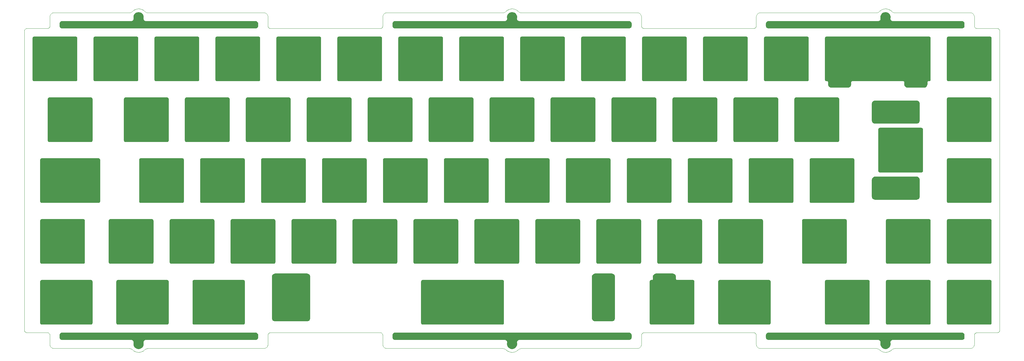
<source format=gbr>
%TF.GenerationSoftware,Altium Limited,Altium Designer,21.6.4 (81)*%
G04 Layer_Color=0*
%FSLAX45Y45*%
%MOMM*%
%TF.SameCoordinates,04F12F75-4F8B-4F25-9211-7CF3C9368DE0*%
%TF.FilePolarity,Positive*%
%TF.FileFunction,Profile,NP*%
%TF.Part,Single*%
G01*
G75*
%TA.AperFunction,Profile*%
%ADD11C,0.02540*%
G36*
X17368750Y6423502D02*
Y5133502D01*
X17367372Y5121263D01*
X17363304Y5109638D01*
X17356750Y5099210D01*
X17348042Y5090501D01*
X17337613Y5083948D01*
X17325987Y5079881D01*
X17313750Y5078501D01*
X16023750D01*
X16011513Y5079881D01*
X15999887Y5083948D01*
X15989458Y5090501D01*
X15980750Y5099210D01*
X15974197Y5109638D01*
X15970129Y5121263D01*
X15968750Y5133502D01*
Y6423502D01*
X15970129Y6435740D01*
X15974197Y6447365D01*
X15980750Y6457794D01*
X15989458Y6466502D01*
X15999887Y6473055D01*
X16011513Y6477123D01*
X16023750Y6478502D01*
X17313750D01*
X17325987Y6477123D01*
X17337613Y6473055D01*
X17348042Y6466502D01*
X17356750Y6457794D01*
X17363304Y6447365D01*
X17367372Y6435740D01*
X17368750Y6423502D01*
D02*
G37*
G36*
X14511250Y8328502D02*
X14511250Y7038502D01*
X14509871Y7026263D01*
X14505804Y7014638D01*
X14499251Y7004210D01*
X14490543Y6995501D01*
X14480113Y6988948D01*
X14468489Y6984880D01*
X14456250Y6983501D01*
X13166251D01*
X13154012Y6984880D01*
X13142387Y6988948D01*
X13131958Y6995501D01*
X13123248Y7004210D01*
X13116698Y7014638D01*
X13112630Y7026263D01*
X13111250Y7038502D01*
X13111249Y8328502D01*
X13112630Y8340740D01*
X13116696Y8352365D01*
X13123248Y8362794D01*
X13131956Y8371502D01*
X13142387Y8378055D01*
X13154012Y8382122D01*
X13166251Y8383502D01*
X14456248D01*
X14468488Y8382122D01*
X14480113Y8378055D01*
X14490543Y8371502D01*
X14499251Y8362794D01*
X14505803Y8352365D01*
X14509871Y8340740D01*
X14511250Y8328502D01*
D02*
G37*
G36*
X14035001Y10233502D02*
Y8943502D01*
X14033621Y8931263D01*
X14029553Y8919638D01*
X14023001Y8909210D01*
X14014291Y8900500D01*
X14003864Y8893948D01*
X13992238Y8889880D01*
X13979999Y8888501D01*
X12690000D01*
X12677761Y8889880D01*
X12666137Y8893948D01*
X12655707Y8900500D01*
X12646999Y8909210D01*
X12640446Y8919638D01*
X12636379Y8931263D01*
X12634999Y8943502D01*
Y10233502D01*
X12636379Y10245740D01*
X12640446Y10257365D01*
X12646999Y10267794D01*
X12655707Y10276502D01*
X12666137Y10283055D01*
X12677761Y10287123D01*
X12690000Y10288502D01*
X13979999D01*
X13992238Y10287123D01*
X14003864Y10283055D01*
X14014291Y10276502D01*
X14023001Y10267794D01*
X14029553Y10257365D01*
X14033621Y10245740D01*
X14035001Y10233502D01*
D02*
G37*
G36*
X14987500Y12138502D02*
Y10848502D01*
X14986121Y10836263D01*
X14982053Y10824638D01*
X14975500Y10814210D01*
X14966792Y10805500D01*
X14956363Y10798948D01*
X14944737Y10794880D01*
X14932500Y10793501D01*
X13642500D01*
X13630261Y10794880D01*
X13618636Y10798948D01*
X13608208Y10805500D01*
X13599500Y10814210D01*
X13592946Y10824638D01*
X13588878Y10836263D01*
X13587498Y10848502D01*
Y12138502D01*
X13588878Y12150740D01*
X13592946Y12162364D01*
X13599500Y12172794D01*
X13608208Y12181502D01*
X13618636Y12188055D01*
X13630261Y12192122D01*
X13642500Y12193502D01*
X14932500D01*
X14944737Y12192122D01*
X14956363Y12188055D01*
X14966792Y12181502D01*
X14975500Y12172794D01*
X14982053Y12162364D01*
X14986121Y12150740D01*
X14987500Y12138502D01*
D02*
G37*
G36*
X13558751Y6423502D02*
Y5133502D01*
X13557372Y5121263D01*
X13553304Y5109638D01*
X13546751Y5099210D01*
X13538043Y5090501D01*
X13527612Y5083948D01*
X13515990Y5079880D01*
X13503751Y5078501D01*
X12213751Y5078501D01*
X12201512Y5079880D01*
X12189887Y5083948D01*
X12179458Y5090500D01*
X12170749Y5099209D01*
X12164197Y5109638D01*
X12160129Y5121262D01*
X12158750Y5133501D01*
Y6423501D01*
X12160129Y6435740D01*
X12164197Y6447365D01*
X12170749Y6457793D01*
X12179458Y6466502D01*
X12189887Y6473054D01*
X12201512Y6477122D01*
X12213751Y6478501D01*
X13503751Y6478502D01*
X13515990Y6477122D01*
X13527612Y6473055D01*
X13538043Y6466502D01*
X13546751Y6457794D01*
X13553304Y6447365D01*
X13557372Y6435740D01*
X13558751Y6423502D01*
D02*
G37*
G36*
X18321249Y8328502D02*
Y7038502D01*
X18319872Y7026263D01*
X18315804Y7014638D01*
X18309251Y7004210D01*
X18300542Y6995501D01*
X18290112Y6988949D01*
X18278488Y6984881D01*
X18266249Y6983502D01*
X16976251Y6983501D01*
X16964012Y6984881D01*
X16952386Y6988948D01*
X16941959Y6995501D01*
X16933249Y7004210D01*
X16926697Y7014638D01*
X16922629Y7026263D01*
X16921249Y7038502D01*
X16921249Y8328502D01*
X16922629Y8340740D01*
X16926695Y8352365D01*
X16933249Y8362794D01*
X16941957Y8371502D01*
X16952386Y8378055D01*
X16964011Y8382123D01*
X16976250Y8383502D01*
X18266249Y8383502D01*
X18278488Y8382123D01*
X18290112Y8378055D01*
X18300542Y8371503D01*
X18309251Y8362794D01*
X18315804Y8352365D01*
X18319872Y8340741D01*
X18321249Y8328502D01*
D02*
G37*
G36*
X17845000Y10233502D02*
Y8943502D01*
X17843622Y8931263D01*
X17839554Y8919638D01*
X17833002Y8909210D01*
X17824292Y8900501D01*
X17813863Y8893948D01*
X17802238Y8889880D01*
X17789999Y8888501D01*
X16500000D01*
X16487761Y8889880D01*
X16476137Y8893948D01*
X16465707Y8900501D01*
X16456999Y8909210D01*
X16450446Y8919638D01*
X16446379Y8931263D01*
X16445000Y8943502D01*
Y10233502D01*
X16446379Y10245740D01*
X16450446Y10257365D01*
X16456999Y10267794D01*
X16465707Y10276503D01*
X16476137Y10283055D01*
X16487761Y10287123D01*
X16500000Y10288502D01*
X17789999D01*
X17802238Y10287123D01*
X17813863Y10283055D01*
X17824292Y10276503D01*
X17833002Y10267794D01*
X17839554Y10257365D01*
X17843622Y10245740D01*
X17845000Y10233502D01*
D02*
G37*
G36*
X15939999D02*
Y8943502D01*
X15938622Y8931263D01*
X15934554Y8919638D01*
X15928001Y8909210D01*
X15919292Y8900501D01*
X15908862Y8893948D01*
X15897238Y8889880D01*
X15884999Y8888501D01*
X14595000D01*
X14582761Y8889880D01*
X14571136Y8893948D01*
X14560707Y8900500D01*
X14551999Y8909210D01*
X14545445Y8919638D01*
X14541379Y8931263D01*
X14539999Y8943502D01*
Y10233502D01*
X14541379Y10245740D01*
X14545445Y10257365D01*
X14551999Y10267794D01*
X14560707Y10276502D01*
X14571136Y10283055D01*
X14582761Y10287123D01*
X14595000Y10288502D01*
X15884999D01*
X15897238Y10287123D01*
X15908862Y10283055D01*
X15919292Y10276503D01*
X15928001Y10267794D01*
X15934554Y10257365D01*
X15938622Y10245740D01*
X15939999Y10233502D01*
D02*
G37*
G36*
X13082500Y12138502D02*
Y10848502D01*
X13081120Y10836263D01*
X13077052Y10824638D01*
X13070502Y10814210D01*
X13061792Y10805500D01*
X13051363Y10798948D01*
X13039738Y10794880D01*
X13027499Y10793501D01*
X11737500D01*
X11725261Y10794880D01*
X11713636Y10798948D01*
X11703207Y10805500D01*
X11694499Y10814210D01*
X11687946Y10824638D01*
X11683878Y10836263D01*
X11682499Y10848502D01*
Y12138502D01*
X11683878Y12150740D01*
X11687946Y12162364D01*
X11694499Y12172794D01*
X11703207Y12181502D01*
X11713636Y12188055D01*
X11725261Y12192122D01*
X11737500Y12193502D01*
X13027499D01*
X13039738Y12192122D01*
X13051363Y12188055D01*
X13061792Y12181502D01*
X13070502Y12172794D01*
X13077052Y12162364D01*
X13081120Y12150740D01*
X13082500Y12138502D01*
D02*
G37*
G36*
X16416251Y8328502D02*
X16416251Y7038502D01*
X16414871Y7026263D01*
X16410805Y7014638D01*
X16404251Y7004210D01*
X16395543Y6995501D01*
X16385114Y6988948D01*
X16373489Y6984881D01*
X16361250Y6983501D01*
X15071251D01*
X15059012Y6984880D01*
X15047388Y6988948D01*
X15036958Y6995501D01*
X15028249Y7004210D01*
X15021696Y7014638D01*
X15017628Y7026263D01*
X15016251Y7038502D01*
X15016249Y8328502D01*
X15017628Y8340740D01*
X15021696Y8352365D01*
X15028249Y8362794D01*
X15036957Y8371502D01*
X15047388Y8378055D01*
X15059010Y8382122D01*
X15071249Y8383502D01*
X16361249D01*
X16373488Y8382123D01*
X16385114Y8378055D01*
X16395541Y8371502D01*
X16404251Y8362794D01*
X16410803Y8352365D01*
X16414871Y8340740D01*
X16416251Y8328502D01*
D02*
G37*
G36*
X15463751Y6423502D02*
Y5133502D01*
X15462370Y5121263D01*
X15458304Y5109638D01*
X15451752Y5099210D01*
X15443044Y5090501D01*
X15432613Y5083948D01*
X15420988Y5079881D01*
X15408749Y5078501D01*
X14118752D01*
X14106512Y5079880D01*
X14094887Y5083948D01*
X14084457Y5090501D01*
X14075749Y5099210D01*
X14069197Y5109638D01*
X14065129Y5121263D01*
X14063750Y5133502D01*
Y6423502D01*
X14065129Y6435740D01*
X14069197Y6447365D01*
X14075749Y6457794D01*
X14084457Y6466502D01*
X14094887Y6473055D01*
X14106512Y6477122D01*
X14118752Y6478502D01*
X15408749D01*
X15420988Y6477123D01*
X15432613Y6473055D01*
X15443044Y6466502D01*
X15451752Y6457794D01*
X15458304Y6447365D01*
X15462370Y6435740D01*
X15463751Y6423502D01*
D02*
G37*
G36*
X18797501Y12138502D02*
Y10848502D01*
X18796120Y10836263D01*
X18792055Y10824639D01*
X18785501Y10814210D01*
X18776791Y10805501D01*
X18766364Y10798948D01*
X18754738Y10794881D01*
X18742499Y10793501D01*
X17452501D01*
X17440262Y10794880D01*
X17428638Y10798948D01*
X17418208Y10805501D01*
X17409499Y10814210D01*
X17402946Y10824638D01*
X17398878Y10836263D01*
X17397501Y10848502D01*
Y12138502D01*
X17398878Y12150740D01*
X17402946Y12162365D01*
X17409499Y12172794D01*
X17418208Y12181503D01*
X17428638Y12188055D01*
X17440262Y12192123D01*
X17452501Y12193502D01*
X18742499D01*
X18754738Y12192123D01*
X18766364Y12188055D01*
X18776791Y12181503D01*
X18785501Y12172794D01*
X18792055Y12162365D01*
X18796120Y12150740D01*
X18797501Y12138502D01*
D02*
G37*
G36*
X16892500D02*
Y10848502D01*
X16891121Y10836263D01*
X16887053Y10824638D01*
X16880501Y10814210D01*
X16871793Y10805501D01*
X16861363Y10798948D01*
X16849738Y10794880D01*
X16837498Y10793501D01*
X15547501D01*
X15535262Y10794880D01*
X15523636Y10798948D01*
X15513206Y10805501D01*
X15504498Y10814210D01*
X15497946Y10824638D01*
X15493878Y10836263D01*
X15492499Y10848502D01*
Y12138502D01*
X15493878Y12150740D01*
X15497946Y12162365D01*
X15504498Y12172794D01*
X15513206Y12181503D01*
X15523636Y12188055D01*
X15535262Y12192123D01*
X15547501Y12193502D01*
X16837498D01*
X16849738Y12192123D01*
X16861363Y12188055D01*
X16871793Y12181503D01*
X16880501Y12172794D01*
X16887053Y12162365D01*
X16891121Y12150740D01*
X16892500Y12138502D01*
D02*
G37*
G36*
X17840001Y3273502D02*
X17816635Y3276134D01*
X17794443Y3283900D01*
X17774535Y3296410D01*
X17757909Y3313036D01*
X17745399Y3332944D01*
X17737633Y3355137D01*
X17735001Y3378501D01*
Y4668502D01*
X17737633Y4691866D01*
X17745399Y4714060D01*
X17757909Y4733968D01*
X17774535Y4750594D01*
X17794443Y4763104D01*
X17816635Y4770869D01*
X17840001Y4773502D01*
X18355000D01*
X18378365Y4770869D01*
X18400558Y4763104D01*
X18420467Y4750594D01*
X18437093Y4733968D01*
X18449603Y4714060D01*
X18457367Y4691867D01*
X18460001Y4668502D01*
Y3378501D01*
X18457367Y3355137D01*
X18449603Y3332944D01*
X18437093Y3313036D01*
X18420467Y3296410D01*
X18400558Y3283900D01*
X18378365Y3276134D01*
X18355000Y3273502D01*
X17840001D01*
D02*
G37*
G36*
X12451876Y4573502D02*
X14932500D01*
X14944739Y4572122D01*
X14956364Y4568055D01*
X14966792Y4561502D01*
X14975500Y4552794D01*
X14982054Y4542365D01*
X14986122Y4530740D01*
X14987502Y4518502D01*
Y3228502D01*
X14986122Y3216263D01*
X14982054Y3204638D01*
X14975500Y3194210D01*
X14966792Y3185501D01*
X14956364Y3178948D01*
X14944739Y3174881D01*
X14932500Y3173501D01*
X12449375Y3173501D01*
X12437693Y3174817D01*
X12426596Y3178701D01*
X12416642Y3184955D01*
X12408329Y3193268D01*
X12402074Y3203223D01*
X12398192Y3214319D01*
X12396875Y3226001D01*
Y4518502D01*
X12398254Y4530740D01*
X12402322Y4542365D01*
X12408874Y4552794D01*
X12417583Y4561502D01*
X12428012Y4568055D01*
X12439637Y4572122D01*
X12451876Y4573502D01*
D02*
G37*
G36*
X19218748Y5078502D02*
X17928751Y5078501D01*
X17916512Y5079881D01*
X17904887Y5083948D01*
X17894458Y5090501D01*
X17885748Y5099210D01*
X17879196Y5109638D01*
X17875128Y5121263D01*
X17873750Y5133502D01*
Y6423502D01*
X17875128Y6435740D01*
X17879196Y6447365D01*
X17885748Y6457794D01*
X17894458Y6466502D01*
X17904887Y6473055D01*
X17916512Y6477123D01*
X17928751Y6478502D01*
X19218748Y6478502D01*
X19230988Y6477123D01*
X19242613Y6473055D01*
X19253043Y6466503D01*
X19261751Y6457794D01*
X19268304Y6447365D01*
X19272372Y6435741D01*
X19273750Y6423502D01*
Y5133502D01*
X19272372Y5121263D01*
X19268304Y5109638D01*
X19261751Y5099210D01*
X19253043Y5090501D01*
X19242613Y5083949D01*
X19230988Y5079881D01*
X19218748Y5078502D01*
D02*
G37*
G36*
X10785000Y10288502D02*
X12074999D01*
X12087238Y10287122D01*
X12098863Y10283055D01*
X12109292Y10276502D01*
X12118001Y10267794D01*
X12124553Y10257364D01*
X12128621Y10245740D01*
X12130000Y10233502D01*
Y8943502D01*
X12128621Y8931263D01*
X12124553Y8919638D01*
X12118001Y8909210D01*
X12109292Y8900500D01*
X12098863Y8893948D01*
X12087238Y8889880D01*
X12074999Y8888501D01*
X10785000D01*
X10772761Y8889880D01*
X10761137Y8893948D01*
X10750707Y8900500D01*
X10741999Y8909210D01*
X10735446Y8919638D01*
X10731379Y8931263D01*
X10729999Y8943502D01*
Y10233502D01*
X10731379Y10245740D01*
X10735446Y10257364D01*
X10741999Y10267794D01*
X10750707Y10276502D01*
X10761137Y10283055D01*
X10772761Y10287122D01*
X10785000Y10288502D01*
D02*
G37*
G36*
X11177500Y10848502D02*
X11176121Y10836263D01*
X11172053Y10824638D01*
X11165501Y10814210D01*
X11156792Y10805500D01*
X11146363Y10798948D01*
X11134738Y10794880D01*
X11122499Y10793501D01*
X9832500D01*
X9820261Y10794880D01*
X9808637Y10798948D01*
X9798207Y10805500D01*
X9789499Y10814210D01*
X9782946Y10824638D01*
X9778879Y10836263D01*
X9777499Y10848502D01*
Y12138502D01*
X9778879Y12150740D01*
X9782946Y12162364D01*
X9789499Y12172794D01*
X9798207Y12181502D01*
X9808637Y12188055D01*
X9820261Y12192122D01*
X9832500Y12193502D01*
X11122499D01*
X11134738Y12192122D01*
X11146363Y12188055D01*
X11156792Y12181502D01*
X11165501Y12172794D01*
X11172053Y12162364D01*
X11176121Y12150740D01*
X11177500Y12138502D01*
Y10848502D01*
D02*
G37*
G36*
X9748751Y6423501D02*
Y5133501D01*
X9747371Y5121262D01*
X9743304Y5109638D01*
X9736751Y5099209D01*
X9728043Y5090500D01*
X9717613Y5083948D01*
X9705989Y5079880D01*
X9693750Y5078501D01*
X8403750D01*
X8391511Y5079880D01*
X8379887Y5083948D01*
X8369458Y5090500D01*
X8360749Y5099209D01*
X8354197Y5109637D01*
X8350129Y5121262D01*
X8348750Y5133501D01*
Y6423501D01*
X8350129Y6435740D01*
X8354197Y6447364D01*
X8360749Y6457793D01*
X8369458Y6466502D01*
X8379887Y6473054D01*
X8391511Y6477122D01*
X8403750Y6478501D01*
X9693750D01*
X9705989Y6477122D01*
X9717613Y6473054D01*
X9728043Y6466502D01*
X9736751Y6457793D01*
X9743304Y6447365D01*
X9747371Y6435740D01*
X9748751Y6423501D01*
D02*
G37*
G36*
X9272500Y12138500D02*
Y10848501D01*
X9271121Y10836262D01*
X9267053Y10824638D01*
X9260501Y10814208D01*
X9251792Y10805500D01*
X9241363Y10798947D01*
X9229738Y10794880D01*
X9217499Y10793500D01*
X7927500D01*
X7915261Y10794880D01*
X7903636Y10798947D01*
X7893207Y10805500D01*
X7884499Y10814208D01*
X7877946Y10824638D01*
X7873879Y10836262D01*
X7872499Y10848501D01*
Y12138500D01*
X7873879Y12150739D01*
X7877946Y12162364D01*
X7884499Y12172793D01*
X7893207Y12181502D01*
X7903636Y12188054D01*
X7915261Y12192122D01*
X7927500Y12193501D01*
X9217499D01*
X9229738Y12192122D01*
X9241363Y12188054D01*
X9251792Y12181502D01*
X9260501Y12172793D01*
X9267053Y12162364D01*
X9271121Y12150739D01*
X9272500Y12138500D01*
D02*
G37*
G36*
X10225000Y10233502D02*
Y8943502D01*
X10223621Y8931263D01*
X10219553Y8919638D01*
X10213001Y8909210D01*
X10204292Y8900500D01*
X10193863Y8893948D01*
X10182238Y8889880D01*
X10169999Y8888501D01*
X8880000Y8888500D01*
X8867761Y8889880D01*
X8856137Y8893947D01*
X8845707Y8900500D01*
X8836999Y8909208D01*
X8830446Y8919638D01*
X8826379Y8931262D01*
X8824999Y8943501D01*
Y10233500D01*
X8826379Y10245739D01*
X8830446Y10257364D01*
X8836999Y10267793D01*
X8845707Y10276502D01*
X8856137Y10283054D01*
X8867761Y10287122D01*
X8880000Y10288501D01*
X10169999Y10288502D01*
X10182238Y10287122D01*
X10193863Y10283055D01*
X10204292Y10276502D01*
X10213001Y10267794D01*
X10219553Y10257364D01*
X10223621Y10245740D01*
X10225000Y10233502D01*
D02*
G37*
G36*
X10701250Y8328501D02*
X10701251Y7038501D01*
X10699871Y7026262D01*
X10695804Y7014638D01*
X10689251Y7004209D01*
X10680543Y6995500D01*
X10670113Y6988948D01*
X10658489Y6984880D01*
X10646250Y6983501D01*
X9356251D01*
X9344012Y6984880D01*
X9332387Y6988948D01*
X9321958Y6995500D01*
X9313249Y7004209D01*
X9306697Y7014637D01*
X9302629Y7026262D01*
X9301250Y7038501D01*
X9301249Y8328501D01*
X9302629Y8340740D01*
X9306696Y8352364D01*
X9313249Y8362793D01*
X9321957Y8371502D01*
X9332387Y8378054D01*
X9344011Y8382122D01*
X9356250Y8383501D01*
X10646249D01*
X10658488Y8382122D01*
X10670113Y8378054D01*
X10680542Y8371502D01*
X10689251Y8362793D01*
X10695803Y8352365D01*
X10699871Y8340740D01*
X10701250Y8328501D01*
D02*
G37*
G36*
X8830000Y3273501D02*
X7838750Y3273501D01*
X7815385Y3276133D01*
X7793193Y3283899D01*
X7773284Y3296409D01*
X7756658Y3313035D01*
X7744149Y3332943D01*
X7736383Y3355136D01*
X7733751Y3378500D01*
Y4668501D01*
X7736383Y4691866D01*
X7744149Y4714059D01*
X7756658Y4733967D01*
X7773284Y4750593D01*
X7793193Y4763102D01*
X7815385Y4770868D01*
X7838750Y4773501D01*
X8830000D01*
X8853365Y4770868D01*
X8875558Y4763102D01*
X8895466Y4750593D01*
X8912093Y4733967D01*
X8924602Y4714059D01*
X8932367Y4691866D01*
X8935000Y4668501D01*
Y3378501D01*
X8932367Y3355136D01*
X8924602Y3332943D01*
X8912093Y3313035D01*
X8895466Y3296409D01*
X8875558Y3283899D01*
X8853365Y3276134D01*
X8830000Y3273501D01*
D02*
G37*
G36*
X7451250Y8383501D02*
X8741249D01*
X8753488Y8382122D01*
X8765113Y8378054D01*
X8775542Y8371502D01*
X8784251Y8362793D01*
X8790803Y8352364D01*
X8794871Y8340740D01*
X8796250Y8328501D01*
X8796251Y7038501D01*
X8794871Y7026262D01*
X8790804Y7014637D01*
X8784251Y7004209D01*
X8775543Y6995500D01*
X8765113Y6988948D01*
X8753489Y6984880D01*
X8741250Y6983501D01*
X7451250D01*
X7439011Y6984880D01*
X7427387Y6988948D01*
X7416958Y6995500D01*
X7408249Y7004209D01*
X7401697Y7014637D01*
X7397629Y7026262D01*
X7396250Y7038501D01*
Y8328501D01*
X7397629Y8340740D01*
X7401697Y8352364D01*
X7408249Y8362793D01*
X7416958Y8371502D01*
X7427387Y8378054D01*
X7439011Y8382122D01*
X7451250Y8383501D01*
D02*
G37*
G36*
X10308751Y6478501D02*
X11598750D01*
X11610989Y6477122D01*
X11622613Y6473054D01*
X11633043Y6466502D01*
X11641751Y6457793D01*
X11648304Y6447365D01*
X11652371Y6435740D01*
X11653751Y6423501D01*
Y5133501D01*
X11652371Y5121262D01*
X11648304Y5109638D01*
X11641751Y5099209D01*
X11633043Y5090500D01*
X11622613Y5083948D01*
X11610989Y5079880D01*
X11598750Y5078501D01*
X10308751D01*
X10296512Y5079880D01*
X10284887Y5083948D01*
X10274458Y5090500D01*
X10265749Y5099209D01*
X10259197Y5109638D01*
X10255129Y5121262D01*
X10253750Y5133501D01*
Y6423501D01*
X10255129Y6435740D01*
X10259197Y6447365D01*
X10265749Y6457793D01*
X10274458Y6466502D01*
X10284887Y6473054D01*
X10296512Y6477122D01*
X10308751Y6478501D01*
D02*
G37*
G36*
X11261250Y8383501D02*
X12551249Y8383502D01*
X12563488Y8382122D01*
X12575113Y8378055D01*
X12585542Y8371502D01*
X12594251Y8362794D01*
X12600803Y8352365D01*
X12604871Y8340740D01*
X12606250Y8328502D01*
X12606251Y7038502D01*
X12604871Y7026263D01*
X12600804Y7014638D01*
X12594251Y7004210D01*
X12585543Y6995501D01*
X12575113Y6988948D01*
X12563489Y6984880D01*
X12551250Y6983501D01*
X11261251Y6983501D01*
X11249012Y6984880D01*
X11237387Y6988948D01*
X11226958Y6995500D01*
X11218249Y7004209D01*
X11211697Y7014638D01*
X11207629Y7026262D01*
X11206250Y7038501D01*
X11206249Y8328501D01*
X11207629Y8340740D01*
X11211696Y8352365D01*
X11218249Y8362793D01*
X11226957Y8371502D01*
X11237387Y8378054D01*
X11249011Y8382122D01*
X11261250Y8383501D01*
D02*
G37*
G36*
X30172498Y5078503D02*
X28882501Y5078502D01*
X28870261Y5079882D01*
X28858636Y5083949D01*
X28848209Y5090502D01*
X28839499Y5099211D01*
X28832947Y5109639D01*
X28828879Y5121264D01*
X28827499Y5133503D01*
Y6423503D01*
X28828879Y6435741D01*
X28832947Y6447366D01*
X28839499Y6457795D01*
X28848209Y6466503D01*
X28858636Y6473056D01*
X28870261Y6477124D01*
X28882501Y6478503D01*
X30172498Y6478503D01*
X30184738Y6477124D01*
X30196362Y6473056D01*
X30206793Y6466504D01*
X30215500Y6457795D01*
X30222055Y6447366D01*
X30226123Y6435742D01*
X30227499Y6423503D01*
Y5133503D01*
X30226123Y5121264D01*
X30222055Y5109639D01*
X30215500Y5099211D01*
X30206793Y5090502D01*
X30196362Y5083950D01*
X30184738Y5079882D01*
X30172498Y5078503D01*
D02*
G37*
G36*
Y6983503D02*
X28882501Y6983502D01*
X28870261Y6984882D01*
X28858636Y6988949D01*
X28848209Y6995502D01*
X28839499Y7004211D01*
X28832947Y7014639D01*
X28828879Y7026264D01*
X28827499Y7038503D01*
Y8328503D01*
X28828879Y8340741D01*
X28832947Y8352366D01*
X28839499Y8362795D01*
X28848209Y8371503D01*
X28858636Y8378056D01*
X28870261Y8382124D01*
X28882501Y8383503D01*
X30172498Y8383503D01*
X30184738Y8382124D01*
X30196362Y8378056D01*
X30206793Y8371504D01*
X30215500Y8362795D01*
X30222055Y8352366D01*
X30226120Y8340742D01*
X30227499Y8328503D01*
Y7038503D01*
X30226123Y7026264D01*
X30222055Y7014639D01*
X30215500Y7004211D01*
X30206793Y6995502D01*
X30196362Y6988950D01*
X30184738Y6984882D01*
X30172498Y6983503D01*
D02*
G37*
G36*
Y8888502D02*
X28882501D01*
X28870261Y8889881D01*
X28858636Y8893949D01*
X28848209Y8900502D01*
X28839499Y8909211D01*
X28832947Y8919639D01*
X28828879Y8931264D01*
X28827499Y8943503D01*
Y10233503D01*
X28828879Y10245741D01*
X28832947Y10257366D01*
X28839499Y10267795D01*
X28848209Y10276504D01*
X28858636Y10283056D01*
X28870261Y10287124D01*
X28882501Y10288503D01*
X30172498D01*
X30184738Y10287124D01*
X30196362Y10283056D01*
X30206793Y10276504D01*
X30215500Y10267795D01*
X30222055Y10257366D01*
X30226120Y10245741D01*
X30227499Y10233503D01*
Y8943503D01*
X30226120Y8931264D01*
X30222055Y8919640D01*
X30215500Y8909211D01*
X30206793Y8900502D01*
X30196362Y8893949D01*
X30184738Y8889882D01*
X30172498Y8888502D01*
D02*
G37*
G36*
Y10793502D02*
X28882501D01*
X28870261Y10794881D01*
X28858636Y10798949D01*
X28848209Y10805502D01*
X28839499Y10814211D01*
X28832947Y10824639D01*
X28828879Y10836264D01*
X28827499Y10848503D01*
Y12138503D01*
X28828879Y12150741D01*
X28832947Y12162366D01*
X28839499Y12172795D01*
X28848209Y12181504D01*
X28858636Y12188056D01*
X28870261Y12192124D01*
X28882501Y12193503D01*
X30172498D01*
X30184738Y12192124D01*
X30196362Y12188056D01*
X30206793Y12181504D01*
X30215500Y12172795D01*
X30222055Y12162366D01*
X30226120Y12150741D01*
X30227499Y12138503D01*
Y10848503D01*
X30226120Y10836264D01*
X30222055Y10824640D01*
X30215500Y10814211D01*
X30206793Y10805502D01*
X30196362Y10798949D01*
X30184738Y10794882D01*
X30172498Y10793502D01*
D02*
G37*
G36*
Y3173503D02*
X28882501D01*
X28870261Y3174882D01*
X28858636Y3178949D01*
X28848209Y3185502D01*
X28839499Y3194211D01*
X28832947Y3204640D01*
X28828879Y3216264D01*
X28827499Y3228503D01*
Y4518503D01*
X28828879Y4530741D01*
X28832947Y4542366D01*
X28839499Y4552795D01*
X28848209Y4561503D01*
X28858636Y4568056D01*
X28870261Y4572124D01*
X28882501Y4573503D01*
X30172498Y4573503D01*
X30184738Y4572124D01*
X30196362Y4568056D01*
X30206793Y4561504D01*
X30215500Y4552795D01*
X30222055Y4542366D01*
X30226123Y4530742D01*
X30227499Y4518503D01*
Y3228503D01*
X30226123Y3216264D01*
X30222055Y3204640D01*
X30215500Y3194211D01*
X30206793Y3185502D01*
X30196362Y3178949D01*
X30184738Y3174882D01*
X30172498Y3173503D01*
D02*
G37*
G36*
X22215001Y10288503D02*
X23504999D01*
X23517238Y10287123D01*
X23528864Y10283056D01*
X23539291Y10276503D01*
X23548001Y10267795D01*
X23554555Y10257365D01*
X23558620Y10245741D01*
X23560001Y10233503D01*
Y8943503D01*
X23558620Y8931264D01*
X23554555Y8919639D01*
X23548001Y8909211D01*
X23539291Y8900501D01*
X23528864Y8893949D01*
X23517238Y8889881D01*
X23504999Y8888502D01*
X22215001D01*
X22202762Y8889881D01*
X22191138Y8893949D01*
X22180708Y8900501D01*
X22171999Y8909211D01*
X22165446Y8919639D01*
X22161378Y8931264D01*
X22160001Y8943503D01*
Y10233503D01*
X22161378Y10245741D01*
X22165446Y10257365D01*
X22171999Y10267795D01*
X22180708Y10276503D01*
X22191138Y10283056D01*
X22202762Y10287123D01*
X22215001Y10288503D01*
D02*
G37*
G36*
X22691251Y8383502D02*
X23981248Y8383503D01*
X23993488Y8382123D01*
X24005113Y8378056D01*
X24015543Y8371503D01*
X24024251Y8362795D01*
X24030804Y8352366D01*
X24034869Y8340741D01*
X24036250Y8328503D01*
Y7038503D01*
X24034872Y7026264D01*
X24030804Y7014639D01*
X24024251Y7004211D01*
X24015543Y6995502D01*
X24005113Y6988949D01*
X23993488Y6984881D01*
X23981248Y6983502D01*
X22691251Y6983502D01*
X22679012Y6984881D01*
X22667387Y6988949D01*
X22656958Y6995501D01*
X22648248Y7004210D01*
X22641696Y7014639D01*
X22637630Y7026263D01*
X22636250Y7038502D01*
Y8328502D01*
X22637628Y8340741D01*
X22641696Y8352366D01*
X22648248Y8362794D01*
X22656958Y8371503D01*
X22667387Y8378055D01*
X22679012Y8382123D01*
X22691251Y8383502D01*
D02*
G37*
G36*
X21738751Y4573502D02*
X23266875D01*
X23279114Y4572123D01*
X23290739Y4568055D01*
X23301167Y4561503D01*
X23309877Y4552794D01*
X23316428Y4542366D01*
X23320496Y4530741D01*
X23321877Y4518502D01*
Y3228502D01*
X23320496Y3216264D01*
X23316428Y3204639D01*
X23309877Y3194210D01*
X23301167Y3185502D01*
X23290739Y3178949D01*
X23279114Y3174881D01*
X23266875Y3173502D01*
X21738751Y3173502D01*
X21726512Y3174881D01*
X21714886Y3178949D01*
X21704459Y3185501D01*
X21695749Y3194210D01*
X21689195Y3204639D01*
X21685130Y3216263D01*
X21683749Y3228502D01*
Y4518502D01*
X21685130Y4530741D01*
X21689195Y4542366D01*
X21695749Y4552794D01*
X21704459Y4561503D01*
X21714886Y4568055D01*
X21726512Y4572123D01*
X21738751Y4573502D01*
D02*
G37*
G36*
X23167500Y12193503D02*
X24457500D01*
X24469737Y12192123D01*
X24481363Y12188056D01*
X24491792Y12181503D01*
X24500500Y12172795D01*
X24507054Y12162365D01*
X24511121Y12150741D01*
X24512500Y12138503D01*
Y10848503D01*
X24511121Y10836264D01*
X24507054Y10824639D01*
X24500500Y10814211D01*
X24491792Y10805501D01*
X24481363Y10798949D01*
X24469737Y10794881D01*
X24457500Y10793502D01*
X23167500D01*
X23155263Y10794881D01*
X23143637Y10798949D01*
X23133208Y10805501D01*
X23124500Y10814211D01*
X23117946Y10824639D01*
X23113878Y10836264D01*
X23112500Y10848503D01*
Y12138503D01*
X23113878Y12150741D01*
X23117946Y12162365D01*
X23124500Y12172795D01*
X23133208Y12181503D01*
X23143637Y12188056D01*
X23155263Y12192123D01*
X23167500Y12193503D01*
D02*
G37*
G36*
X27498126Y10766002D02*
X27497433Y10772122D01*
X27495401Y10777934D01*
X27492126Y10783148D01*
X27487769Y10787503D01*
X27482556Y10790780D01*
X27476746Y10792814D01*
X27470624Y10793502D01*
X25869373D01*
X25863254Y10792813D01*
X25857443Y10790780D01*
X25852228Y10787503D01*
X25847876Y10783148D01*
X25844598Y10777934D01*
X25842563Y10772122D01*
X25841876Y10766002D01*
Y10698502D01*
X25839240Y10675137D01*
X25831476Y10652945D01*
X25818967Y10633036D01*
X25802341Y10616411D01*
X25782434Y10603901D01*
X25760239Y10596135D01*
X25736874Y10593503D01*
X25221875D01*
X25198509Y10596135D01*
X25176317Y10603901D01*
X25156409Y10616411D01*
X25139783Y10633036D01*
X25127274Y10652945D01*
X25119507Y10675137D01*
X25116875Y10698502D01*
Y10766002D01*
X25116183Y10772122D01*
X25114149Y10777934D01*
X25110875Y10783148D01*
X25106520Y10787503D01*
X25101306Y10790780D01*
X25095496Y10792813D01*
X25089374Y10793502D01*
X25072501D01*
X25060262Y10794881D01*
X25048637Y10798949D01*
X25038208Y10805501D01*
X25029498Y10814211D01*
X25022946Y10824639D01*
X25018878Y10836264D01*
X25017500Y10848503D01*
Y12138503D01*
X25018878Y12150741D01*
X25022946Y12162365D01*
X25029498Y12172795D01*
X25038208Y12181503D01*
X25048637Y12188056D01*
X25060262Y12192123D01*
X25072501Y12193503D01*
X28267499D01*
X28279739Y12192124D01*
X28291364Y12188056D01*
X28301791Y12181504D01*
X28310501Y12172795D01*
X28317053Y12162366D01*
X28321121Y12150741D01*
X28322501Y12138503D01*
Y10848503D01*
X28321121Y10836264D01*
X28317053Y10824639D01*
X28310501Y10814211D01*
X28301791Y10805502D01*
X28291364Y10798949D01*
X28279739Y10794881D01*
X28267499Y10793502D01*
X28250623D01*
X28244504Y10792814D01*
X28238693Y10790780D01*
X28233478Y10787503D01*
X28229126Y10783148D01*
X28225848Y10777934D01*
X28223813Y10772122D01*
X28223126Y10766002D01*
Y10698502D01*
X28220490Y10675138D01*
X28212726Y10652945D01*
X28200217Y10633036D01*
X28183591Y10616411D01*
X28163684Y10603901D01*
X28141489Y10596135D01*
X28118124Y10593503D01*
X27603125D01*
X27579758Y10596135D01*
X27557568Y10603901D01*
X27537659Y10616411D01*
X27521033Y10633036D01*
X27508524Y10652945D01*
X27500757Y10675138D01*
X27498126Y10698502D01*
Y10766002D01*
D02*
G37*
G36*
X25941251Y8328503D02*
Y7038503D01*
X25939871Y7026264D01*
X25935803Y7014639D01*
X25929251Y7004211D01*
X25920541Y6995502D01*
X25910114Y6988949D01*
X25898489Y6984881D01*
X25886249Y6983502D01*
X24596251D01*
X24584012Y6984881D01*
X24572388Y6988949D01*
X24561958Y6995502D01*
X24553249Y7004211D01*
X24546696Y7014639D01*
X24542630Y7026264D01*
X24541251Y7038503D01*
Y8328503D01*
X24542628Y8340741D01*
X24546696Y8352366D01*
X24553249Y8362795D01*
X24561958Y8371503D01*
X24572388Y8378056D01*
X24584012Y8382123D01*
X24596251Y8383503D01*
X25886249D01*
X25898489Y8382123D01*
X25910114Y8378056D01*
X25920541Y8371503D01*
X25929251Y8362795D01*
X25935803Y8352366D01*
X25939871Y8340741D01*
X25941251Y8328503D01*
D02*
G37*
G36*
X26484375Y7702878D02*
X26487006Y7726242D01*
X26494772Y7748435D01*
X26507281Y7768344D01*
X26523907Y7784970D01*
X26543817Y7797479D01*
X26566010Y7805245D01*
X26589374Y7807877D01*
X27879376Y7807878D01*
X27902740Y7805245D01*
X27924933Y7797479D01*
X27944839Y7784970D01*
X27961465Y7768344D01*
X27973978Y7748436D01*
X27981741Y7726243D01*
X27984375Y7702878D01*
Y7187877D01*
X27981744Y7164513D01*
X27973978Y7142320D01*
X27961469Y7122411D01*
X27944843Y7105785D01*
X27924933Y7093276D01*
X27902740Y7085510D01*
X27879376Y7082878D01*
X26589377Y7082877D01*
X26566010Y7085510D01*
X26543817Y7093276D01*
X26523911Y7105785D01*
X26507285Y7122411D01*
X26494775Y7142319D01*
X26487009Y7164512D01*
X26484375Y7187877D01*
Y7702878D01*
D02*
G37*
G36*
X26739374Y9336003D02*
X28029376D01*
X28041614Y9334624D01*
X28053238Y9330556D01*
X28063669Y9324004D01*
X28072375Y9315295D01*
X28078928Y9304866D01*
X28082996Y9293241D01*
X28084375Y9281003D01*
Y7991003D01*
X28082996Y7978764D01*
X28078928Y7967139D01*
X28072375Y7956711D01*
X28063669Y7948002D01*
X28053238Y7941449D01*
X28041614Y7937382D01*
X28029376Y7936002D01*
X26739374D01*
X26727136Y7937381D01*
X26715512Y7941449D01*
X26705081Y7948002D01*
X26696375Y7956711D01*
X26689822Y7967139D01*
X26685754Y7978764D01*
X26684375Y7991003D01*
Y9281003D01*
X26685754Y9293241D01*
X26689822Y9304866D01*
X26696375Y9315295D01*
X26705081Y9324003D01*
X26715512Y9330556D01*
X26727136Y9334624D01*
X26739374Y9336003D01*
D02*
G37*
G36*
X27984375Y9569128D02*
X27981741Y9545763D01*
X27973978Y9523569D01*
X27961465Y9503661D01*
X27944839Y9487035D01*
X27924933Y9474526D01*
X27902740Y9466760D01*
X27879376Y9464127D01*
X26589374D01*
X26566010Y9466760D01*
X26543817Y9474526D01*
X26523907Y9487035D01*
X26507281Y9503661D01*
X26494772Y9523569D01*
X26487006Y9545763D01*
X26484375Y9569127D01*
Y10084127D01*
X26487006Y10107492D01*
X26494772Y10129686D01*
X26507281Y10149594D01*
X26523907Y10166220D01*
X26543817Y10178729D01*
X26566010Y10186495D01*
X26589374Y10189128D01*
X27879376D01*
X27902740Y10186495D01*
X27924933Y10178729D01*
X27944839Y10166220D01*
X27961465Y10149594D01*
X27973978Y10129686D01*
X27981741Y10107492D01*
X27984375Y10084128D01*
Y9569128D01*
D02*
G37*
G36*
X25464999Y10233503D02*
Y8943503D01*
X25463620Y8931264D01*
X25459554Y8919639D01*
X25453001Y8909211D01*
X25444292Y8900501D01*
X25433862Y8893949D01*
X25422238Y8889881D01*
X25409999Y8888502D01*
X24120001D01*
X24107762Y8889881D01*
X24096136Y8893949D01*
X24085709Y8900501D01*
X24076999Y8909211D01*
X24070445Y8919639D01*
X24066377Y8931264D01*
X24064999Y8943503D01*
Y10233503D01*
X24066377Y10245741D01*
X24070445Y10257366D01*
X24076999Y10267795D01*
X24085709Y10276503D01*
X24096136Y10283056D01*
X24107762Y10287124D01*
X24120001Y10288503D01*
X25409999D01*
X25422238Y10287124D01*
X25433862Y10283056D01*
X25444292Y10276503D01*
X25453001Y10267795D01*
X25459554Y10257366D01*
X25463620Y10245741D01*
X25464999Y10233503D01*
D02*
G37*
G36*
X25703125Y6423503D02*
Y5133503D01*
X25701746Y5121264D01*
X25697678Y5109639D01*
X25691125Y5099211D01*
X25682419Y5090502D01*
X25671988Y5083949D01*
X25660364Y5079881D01*
X25648126Y5078502D01*
X24358125D01*
X24345886Y5079881D01*
X24334264Y5083949D01*
X24323833Y5090502D01*
X24315125Y5099211D01*
X24308572Y5109639D01*
X24304504Y5121264D01*
X24303123Y5133503D01*
Y6423503D01*
X24304504Y6435741D01*
X24308572Y6447366D01*
X24315125Y6457795D01*
X24323833Y6466503D01*
X24334264Y6473056D01*
X24345886Y6477123D01*
X24358125Y6478503D01*
X25648126D01*
X25660364Y6477123D01*
X25671988Y6473056D01*
X25682419Y6466503D01*
X25691125Y6457795D01*
X25697678Y6447366D01*
X25701746Y6435741D01*
X25703125Y6423503D01*
D02*
G37*
G36*
X26417499Y4518503D02*
Y3228503D01*
X26416122Y3216264D01*
X26412054Y3204639D01*
X26405502Y3194211D01*
X26396793Y3185502D01*
X26386362Y3178949D01*
X26374738Y3174882D01*
X26362500Y3173502D01*
X25072501Y3173502D01*
X25060262Y3174881D01*
X25048637Y3178949D01*
X25038208Y3185502D01*
X25029498Y3194210D01*
X25022946Y3204639D01*
X25018880Y3216264D01*
X25017500Y3228502D01*
Y4518503D01*
X25018880Y4530741D01*
X25022946Y4542366D01*
X25029498Y4552795D01*
X25038208Y4561503D01*
X25048637Y4568056D01*
X25060262Y4572123D01*
X25072501Y4573503D01*
X26362500D01*
X26374738Y4572123D01*
X26386362Y4568056D01*
X26396793Y4561503D01*
X26405502Y4552795D01*
X26412054Y4542366D01*
X26416122Y4530741D01*
X26417499Y4518503D01*
D02*
G37*
G36*
X28322501Y6423503D02*
Y5133503D01*
X28321121Y5121264D01*
X28317053Y5109639D01*
X28310501Y5099211D01*
X28301791Y5090502D01*
X28291364Y5083949D01*
X28279739Y5079882D01*
X28267499Y5078502D01*
X26977502D01*
X26965262Y5079882D01*
X26953638Y5083949D01*
X26943207Y5090502D01*
X26934500Y5099211D01*
X26927945Y5109639D01*
X26923880Y5121264D01*
X26922501Y5133503D01*
Y6423503D01*
X26923880Y6435741D01*
X26927945Y6447366D01*
X26934500Y6457795D01*
X26943207Y6466503D01*
X26953638Y6473056D01*
X26965262Y6477124D01*
X26977502Y6478503D01*
X28267499D01*
X28279739Y6477124D01*
X28291364Y6473056D01*
X28301791Y6466503D01*
X28310501Y6457795D01*
X28317053Y6447366D01*
X28321121Y6435741D01*
X28322501Y6423503D01*
D02*
G37*
G36*
Y4518503D02*
Y3228503D01*
X28321121Y3216264D01*
X28317053Y3204640D01*
X28310501Y3194211D01*
X28301791Y3185502D01*
X28291364Y3178949D01*
X28279739Y3174882D01*
X28267499Y3173502D01*
X26977502D01*
X26965262Y3174882D01*
X26953638Y3178949D01*
X26943207Y3185502D01*
X26934500Y3194211D01*
X26927945Y3204639D01*
X26923880Y3216264D01*
X26922501Y3228503D01*
Y4518503D01*
X26923880Y4530741D01*
X26927945Y4542366D01*
X26934500Y4552795D01*
X26943207Y4561503D01*
X26953638Y4568056D01*
X26965262Y4572124D01*
X26977502Y4573503D01*
X28267499D01*
X28279739Y4572124D01*
X28291364Y4568056D01*
X28301791Y4561503D01*
X28310501Y4552795D01*
X28317053Y4542366D01*
X28321121Y4530741D01*
X28322501Y4518503D01*
D02*
G37*
G36*
X23028749Y5078502D02*
X21738751D01*
X21726512Y5079881D01*
X21714886Y5083949D01*
X21704459Y5090501D01*
X21695749Y5099210D01*
X21689195Y5109639D01*
X21685130Y5121263D01*
X21683749Y5133502D01*
Y6423502D01*
X21685130Y6435741D01*
X21689195Y6447366D01*
X21695749Y6457794D01*
X21704459Y6466503D01*
X21714886Y6473055D01*
X21726512Y6477123D01*
X21738751Y6478502D01*
X23028749D01*
X23040988Y6477123D01*
X23052612Y6473055D01*
X23063042Y6466503D01*
X23071751Y6457794D01*
X23078304Y6447366D01*
X23082372Y6435741D01*
X23083749Y6423502D01*
Y5133502D01*
X23082372Y5121263D01*
X23078304Y5109639D01*
X23071751Y5099210D01*
X23063042Y5090501D01*
X23052612Y5083949D01*
X23040988Y5079881D01*
X23028749Y5078502D01*
D02*
G37*
G36*
X22607500Y12138503D02*
Y10848503D01*
X22606120Y10836264D01*
X22602054Y10824639D01*
X22595502Y10814211D01*
X22586792Y10805501D01*
X22576363Y10798949D01*
X22564738Y10794881D01*
X22552499Y10793502D01*
X21262502D01*
X21250262Y10794881D01*
X21238637Y10798949D01*
X21228207Y10805501D01*
X21219499Y10814211D01*
X21212946Y10824639D01*
X21208878Y10836264D01*
X21207500Y10848503D01*
Y12138503D01*
X21208878Y12150741D01*
X21212946Y12162365D01*
X21219499Y12172795D01*
X21228207Y12181503D01*
X21238637Y12188056D01*
X21250262Y12192123D01*
X21262502Y12193503D01*
X22552499D01*
X22564738Y12192123D01*
X22576363Y12188056D01*
X22586792Y12181503D01*
X22595502Y12172795D01*
X22602054Y12162365D01*
X22606120Y12150741D01*
X22607500Y12138503D01*
D02*
G37*
G36*
X22131250Y8328502D02*
Y7038502D01*
X22129872Y7026263D01*
X22125804Y7014639D01*
X22119250Y7004210D01*
X22110542Y6995501D01*
X22100113Y6988949D01*
X22088487Y6984881D01*
X22076250Y6983502D01*
X20786250D01*
X20774013Y6984881D01*
X20762387Y6988949D01*
X20751958Y6995501D01*
X20743250Y7004210D01*
X20736696Y7014638D01*
X20732629Y7026263D01*
X20731250Y7038502D01*
Y8328502D01*
X20732628Y8340741D01*
X20736696Y8352365D01*
X20743250Y8362794D01*
X20751958Y8371503D01*
X20762387Y8378055D01*
X20774013Y8382123D01*
X20786250Y8383502D01*
X22076250D01*
X22088487Y8382123D01*
X22100113Y8378055D01*
X22110542Y8371503D01*
X22119250Y8362794D01*
X22125804Y8352366D01*
X22129871Y8340741D01*
X22131250Y8328502D01*
D02*
G37*
G36*
X21655000Y10233503D02*
Y8943503D01*
X21653619Y8931264D01*
X21649554Y8919639D01*
X21643001Y8909211D01*
X21634293Y8900501D01*
X21623863Y8893949D01*
X21612238Y8889881D01*
X21599998Y8888502D01*
X20310001Y8888501D01*
X20297762Y8889881D01*
X20286137Y8893948D01*
X20275708Y8900501D01*
X20266998Y8909210D01*
X20260446Y8919639D01*
X20256378Y8931263D01*
X20255000Y8943502D01*
Y10233502D01*
X20256378Y10245740D01*
X20260446Y10257365D01*
X20266998Y10267794D01*
X20275708Y10276503D01*
X20286137Y10283055D01*
X20297762Y10287123D01*
X20310001Y10288502D01*
X21599998Y10288503D01*
X21612238Y10287123D01*
X21623863Y10283056D01*
X21634293Y10276503D01*
X21643001Y10267795D01*
X21649554Y10257365D01*
X21653619Y10245741D01*
X21655000Y10233503D01*
D02*
G37*
G36*
X21178751Y6423502D02*
Y5133502D01*
X21177373Y5121263D01*
X21173305Y5109639D01*
X21166751Y5099210D01*
X21158041Y5090501D01*
X21147614Y5083949D01*
X21135988Y5079881D01*
X21123749Y5078502D01*
X19833751D01*
X19821512Y5079881D01*
X19809888Y5083949D01*
X19799458Y5090501D01*
X19790749Y5099210D01*
X19784196Y5109638D01*
X19780130Y5121263D01*
X19778751Y5133502D01*
Y6423502D01*
X19780130Y6435741D01*
X19784196Y6447365D01*
X19790749Y6457794D01*
X19799458Y6466503D01*
X19809888Y6473055D01*
X19821512Y6477123D01*
X19833751Y6478502D01*
X21123749D01*
X21135988Y6477123D01*
X21147614Y6473055D01*
X21158041Y6466503D01*
X21166751Y6457794D01*
X21173305Y6447366D01*
X21177373Y6435741D01*
X21178751Y6423502D01*
D02*
G37*
G36*
X20365001Y4601002D02*
X20365691Y4594882D01*
X20367725Y4589070D01*
X20370999Y4583856D01*
X20375354Y4579502D01*
X20380568Y4576225D01*
X20386382Y4574192D01*
X20392500Y4573502D01*
X20885625D01*
X20897864Y4572123D01*
X20909489Y4568055D01*
X20919917Y4561503D01*
X20928627Y4552794D01*
X20935178Y4542365D01*
X20939246Y4530741D01*
X20940627Y4518502D01*
Y3228502D01*
X20939246Y3216263D01*
X20935178Y3204639D01*
X20928627Y3194210D01*
X20919917Y3185501D01*
X20909489Y3178949D01*
X20897864Y3174881D01*
X20885625Y3173502D01*
X19595625Y3173502D01*
X19583386Y3174881D01*
X19571764Y3178948D01*
X19561333Y3185501D01*
X19552625Y3194210D01*
X19546072Y3204638D01*
X19542004Y3216263D01*
X19540623Y3228502D01*
Y4518502D01*
X19542004Y4530741D01*
X19546072Y4542365D01*
X19552625Y4552794D01*
X19561333Y4561503D01*
X19571764Y4568055D01*
X19583386Y4572123D01*
X19595625Y4573502D01*
X19612500D01*
X19618620Y4574192D01*
X19624432Y4576225D01*
X19629646Y4579502D01*
X19634001Y4583856D01*
X19637276Y4589070D01*
X19639310Y4594882D01*
X19640001Y4601002D01*
Y4668502D01*
X19642633Y4691867D01*
X19650398Y4714060D01*
X19662907Y4733968D01*
X19679533Y4750594D01*
X19699443Y4763104D01*
X19721635Y4770869D01*
X19745001Y4773502D01*
X20260001D01*
X20283365Y4770869D01*
X20305559Y4763104D01*
X20325465Y4750594D01*
X20342091Y4733968D01*
X20354604Y4714060D01*
X20362367Y4691867D01*
X20365001Y4668502D01*
Y4601002D01*
D02*
G37*
G36*
X19302499Y12138502D02*
X19303877Y12150740D01*
X19307945Y12162365D01*
X19314499Y12172794D01*
X19323209Y12181503D01*
X19333636Y12188055D01*
X19345262Y12192123D01*
X19357501Y12193502D01*
X20647499D01*
X20659738Y12192123D01*
X20671362Y12188055D01*
X20681792Y12181503D01*
X20690501Y12172794D01*
X20697054Y12162365D01*
X20701120Y12150740D01*
X20702499Y12138502D01*
Y10848502D01*
X20701120Y10836263D01*
X20697054Y10824639D01*
X20690501Y10814210D01*
X20681792Y10805501D01*
X20671362Y10798948D01*
X20659738Y10794881D01*
X20647499Y10793501D01*
X19357501D01*
X19345262Y10794881D01*
X19333636Y10798948D01*
X19323209Y10805501D01*
X19314499Y10814210D01*
X19307945Y10824639D01*
X19303877Y10836263D01*
X19302499Y10848502D01*
Y12138502D01*
D02*
G37*
G36*
X19695000Y8888501D02*
X18405000D01*
X18392763Y8889881D01*
X18381137Y8893948D01*
X18370708Y8900501D01*
X18362000Y8909210D01*
X18355446Y8919639D01*
X18351378Y8931263D01*
X18350000Y8943502D01*
Y10233502D01*
X18351378Y10245740D01*
X18355446Y10257365D01*
X18362000Y10267794D01*
X18370708Y10276503D01*
X18381137Y10283055D01*
X18392763Y10287123D01*
X18405000Y10288502D01*
X19695000D01*
X19707237Y10287123D01*
X19718863Y10283055D01*
X19729292Y10276503D01*
X19738000Y10267794D01*
X19744554Y10257365D01*
X19748621Y10245740D01*
X19750000Y10233502D01*
Y8943502D01*
X19748621Y8931263D01*
X19744554Y8919639D01*
X19738000Y8909210D01*
X19729292Y8900501D01*
X19718863Y8893948D01*
X19707237Y8889881D01*
X19695000Y8888501D01*
D02*
G37*
G36*
X20171249Y6983502D02*
X18881252D01*
X18869012Y6984881D01*
X18857387Y6988949D01*
X18846957Y6995501D01*
X18838249Y7004210D01*
X18831696Y7014638D01*
X18827628Y7026263D01*
X18826250Y7038502D01*
Y8328502D01*
X18827628Y8340741D01*
X18831696Y8352365D01*
X18838249Y8362794D01*
X18846957Y8371503D01*
X18857387Y8378055D01*
X18869012Y8382123D01*
X18881252Y8383502D01*
X20171249D01*
X20183488Y8382123D01*
X20195113Y8378055D01*
X20205542Y8371503D01*
X20214252Y8362794D01*
X20220804Y8352365D01*
X20224870Y8340741D01*
X20226250Y8328502D01*
Y7038502D01*
X20224872Y7026263D01*
X20220804Y7014638D01*
X20214252Y7004210D01*
X20205542Y6995501D01*
X20195113Y6988949D01*
X20183488Y6984881D01*
X20171249Y6983502D01*
D02*
G37*
G36*
X11580399Y12446001D02*
X11563154Y12447945D01*
X11546774Y12453676D01*
X11532080Y12462909D01*
X11519807Y12475181D01*
X11510575Y12489875D01*
X11504843Y12506256D01*
X11502900Y12523501D01*
Y12596001D01*
X11504843Y12613247D01*
X11510575Y12629627D01*
X11519807Y12644321D01*
X11532080Y12656593D01*
X11546774Y12665826D01*
X11563154Y12671558D01*
X11580399Y12673501D01*
X15007298D01*
X15024326Y12675395D01*
X15040521Y12680984D01*
X15055093Y12689994D01*
X15067329Y12701986D01*
X15076631Y12716373D01*
X15082545Y12732453D01*
X15084782Y12749439D01*
X15083232Y12766501D01*
X15080003Y12799642D01*
X15083705Y12832733D01*
X15094176Y12864342D01*
X15110960Y12893100D01*
X15133334Y12917760D01*
X15160329Y12937254D01*
X15190775Y12950742D01*
X15223351Y12957632D01*
X15256648Y12957632D01*
X15289224Y12950742D01*
X15319670Y12937254D01*
X15346664Y12917760D01*
X15369038Y12893102D01*
X15385825Y12864343D01*
X15396294Y12832735D01*
X15399995Y12799643D01*
X15396767Y12766502D01*
X15395216Y12749440D01*
X15397453Y12732453D01*
X15403368Y12716374D01*
X15412669Y12701986D01*
X15424905Y12689994D01*
X15439478Y12680985D01*
X15455673Y12675396D01*
X15472702Y12673502D01*
X18899599D01*
X18916846Y12671559D01*
X18933224Y12665827D01*
X18947920Y12656593D01*
X18960191Y12644322D01*
X18969424Y12629628D01*
X18975157Y12613247D01*
X18977100Y12596002D01*
Y12523501D01*
X18975157Y12506257D01*
X18969424Y12489876D01*
X18960191Y12475182D01*
X18947920Y12462910D01*
X18933224Y12453677D01*
X18916846Y12447945D01*
X18899599Y12446002D01*
X11580399Y12446001D01*
D02*
G37*
G36*
X23252899Y2921002D02*
X29304599Y2921003D01*
X29321844Y2919060D01*
X29338226Y2913328D01*
X29352921Y2904095D01*
X29365192Y2891823D01*
X29374426Y2877129D01*
X29380157Y2860748D01*
X29382101Y2843503D01*
Y2771003D01*
X29380157Y2753758D01*
X29374426Y2737377D01*
X29365192Y2722683D01*
X29352921Y2710411D01*
X29338226Y2701178D01*
X29321844Y2695446D01*
X29304599Y2693503D01*
X27145200Y2693503D01*
X27128174Y2691609D01*
X27111978Y2686020D01*
X27097406Y2677010D01*
X27085172Y2665018D01*
X27075867Y2650631D01*
X27069955Y2634551D01*
X27067719Y2617565D01*
X27069269Y2600502D01*
X27072498Y2567361D01*
X27068796Y2534270D01*
X27058325Y2502661D01*
X27041537Y2473904D01*
X27019165Y2449244D01*
X26992172Y2429749D01*
X26961725Y2416263D01*
X26929150Y2409371D01*
X26895850D01*
X26863275Y2416263D01*
X26832831Y2429749D01*
X26805835Y2449244D01*
X26783463Y2473904D01*
X26766675Y2502661D01*
X26756207Y2534270D01*
X26752505Y2567361D01*
X26755731Y2600502D01*
X26757281Y2617565D01*
X26755048Y2634551D01*
X26749133Y2650631D01*
X26739828Y2665018D01*
X26727594Y2677010D01*
X26713022Y2686020D01*
X26696826Y2691609D01*
X26679797Y2693503D01*
X23252899Y2693503D01*
X23235657Y2695445D01*
X23219273Y2701177D01*
X23204581Y2710410D01*
X23192310Y2722682D01*
X23183076Y2737377D01*
X23177344Y2753757D01*
X23175401Y2771002D01*
Y2843502D01*
X23177344Y2860747D01*
X23183076Y2877128D01*
X23192310Y2891823D01*
X23204581Y2904094D01*
X23219273Y2913327D01*
X23235657Y2919059D01*
X23252899Y2921002D01*
D02*
G37*
G36*
X11580401Y2693502D02*
X11563155Y2695444D01*
X11546774Y2701176D01*
X11532080Y2710409D01*
X11519808Y2722681D01*
X11510575Y2737376D01*
X11504844Y2753756D01*
X11502900Y2771001D01*
Y2843501D01*
X11504844Y2860746D01*
X11510575Y2877127D01*
X11519808Y2891822D01*
X11532080Y2904093D01*
X11546774Y2913326D01*
X11563155Y2919058D01*
X11580401Y2921001D01*
X18899599Y2921002D01*
X18916846Y2919059D01*
X18933228Y2913327D01*
X18947920Y2904094D01*
X18960191Y2891822D01*
X18969424Y2877128D01*
X18975157Y2860747D01*
X18977100Y2843502D01*
Y2771002D01*
X18975157Y2753756D01*
X18969424Y2737376D01*
X18960191Y2722682D01*
X18947920Y2710410D01*
X18933228Y2701177D01*
X18916846Y2695445D01*
X18899599Y2693502D01*
X15472702Y2693502D01*
X15455675Y2691608D01*
X15439478Y2686019D01*
X15424907Y2677009D01*
X15412669Y2665017D01*
X15403369Y2650630D01*
X15397455Y2634550D01*
X15395216Y2617564D01*
X15396768Y2600501D01*
X15399997Y2567360D01*
X15396295Y2534269D01*
X15385825Y2502660D01*
X15369038Y2473903D01*
X15346664Y2449243D01*
X15319672Y2429748D01*
X15289226Y2416262D01*
X15256648Y2409370D01*
X15223352D01*
X15190775Y2416262D01*
X15160330Y2429748D01*
X15133336Y2449243D01*
X15110960Y2473903D01*
X15094176Y2502660D01*
X15083707Y2534269D01*
X15080003Y2567360D01*
X15083234Y2600501D01*
X15084782Y2617564D01*
X15082545Y2634550D01*
X15076633Y2650630D01*
X15067329Y2665017D01*
X15055093Y2677009D01*
X15040521Y2686019D01*
X15024327Y2691608D01*
X15007298Y2693502D01*
X11580401Y2693502D01*
D02*
G37*
G36*
X23252899Y12673502D02*
X26679797D01*
X26696826Y12675396D01*
X26713022Y12680985D01*
X26727594Y12689995D01*
X26739828Y12701987D01*
X26749133Y12716374D01*
X26755045Y12732454D01*
X26757281Y12749440D01*
X26755731Y12766502D01*
X26752502Y12799643D01*
X26756207Y12832735D01*
X26766675Y12864343D01*
X26783463Y12893102D01*
X26805835Y12917761D01*
X26832828Y12937256D01*
X26863275Y12950743D01*
X26895850Y12957634D01*
X26929150D01*
X26961725Y12950743D01*
X26992169Y12937256D01*
X27019165Y12917761D01*
X27041537Y12893102D01*
X27058325Y12864343D01*
X27068793Y12832735D01*
X27072498Y12799644D01*
X27069269Y12766503D01*
X27067719Y12749441D01*
X27069955Y12732454D01*
X27075867Y12716375D01*
X27085172Y12701987D01*
X27097406Y12689995D01*
X27111978Y12680986D01*
X27128174Y12675397D01*
X27145200Y12673503D01*
X29304599D01*
X29321844Y12671560D01*
X29338226Y12665828D01*
X29352921Y12656594D01*
X29365192Y12644323D01*
X29374426Y12629629D01*
X29380157Y12613248D01*
X29382101Y12596003D01*
Y12523503D01*
X29380157Y12506258D01*
X29374426Y12489877D01*
X29365192Y12475183D01*
X29352921Y12462911D01*
X29338226Y12453678D01*
X29321844Y12447946D01*
X29304599Y12446003D01*
X23252899Y12446002D01*
X23235654Y12447946D01*
X23219273Y12453677D01*
X23204578Y12462910D01*
X23192307Y12475182D01*
X23183073Y12489876D01*
X23177344Y12506257D01*
X23175398Y12523503D01*
Y12596002D01*
X23177344Y12613248D01*
X23183073Y12629628D01*
X23192307Y12644322D01*
X23204578Y12656594D01*
X23219273Y12665827D01*
X23235654Y12671559D01*
X23252899Y12673502D01*
D02*
G37*
G36*
X6498751Y6478501D02*
X7788750Y6478501D01*
X7800989Y6477122D01*
X7812613Y6473054D01*
X7823042Y6466502D01*
X7831751Y6457793D01*
X7838303Y6447364D01*
X7842371Y6435740D01*
X7843750Y6423501D01*
Y5133501D01*
X7842371Y5121262D01*
X7838303Y5109637D01*
X7831751Y5099209D01*
X7823042Y5090500D01*
X7812613Y5083948D01*
X7800989Y5079880D01*
X7788750Y5078501D01*
X6498751Y5078500D01*
X6486512Y5079880D01*
X6474887Y5083947D01*
X6464458Y5090500D01*
X6455749Y5099208D01*
X6449196Y5109637D01*
X6445129Y5121262D01*
X6443750Y5133501D01*
Y6423500D01*
X6445129Y6435739D01*
X6449196Y6447364D01*
X6455749Y6457793D01*
X6464458Y6466501D01*
X6474887Y6473054D01*
X6486512Y6477122D01*
X6498751Y6478501D01*
D02*
G37*
G36*
X4510000Y10233500D02*
Y8943501D01*
X4508621Y8931262D01*
X4504554Y8919637D01*
X4498001Y8909208D01*
X4489292Y8900500D01*
X4478863Y8893947D01*
X4467238Y8889879D01*
X4454999Y8888500D01*
X3165001D01*
X3152762Y8889879D01*
X3141137Y8893947D01*
X3130708Y8900499D01*
X3121999Y8909208D01*
X3115446Y8919637D01*
X3111379Y8931262D01*
X3110000Y8943501D01*
X3110000Y10233500D01*
X3111379Y10245739D01*
X3115446Y10257364D01*
X3121999Y10267793D01*
X3130708Y10276501D01*
X3141136Y10283054D01*
X3152762Y10287122D01*
X3165000Y10288501D01*
X4454999D01*
X4467238Y10287122D01*
X4478863Y10283054D01*
X4489292Y10276502D01*
X4498001Y10267793D01*
X4504554Y10257364D01*
X4508621Y10245739D01*
X4510000Y10233500D01*
D02*
G37*
G36*
X6415000D02*
Y8943501D01*
X6413621Y8931262D01*
X6409554Y8919637D01*
X6403001Y8909208D01*
X6394292Y8900500D01*
X6383863Y8893947D01*
X6372238Y8889879D01*
X6359999Y8888500D01*
X5070001D01*
X5057762Y8889879D01*
X5046137Y8893947D01*
X5035708Y8900500D01*
X5026999Y8909208D01*
X5020446Y8919637D01*
X5016379Y8931262D01*
X5015000Y8943501D01*
Y10233500D01*
X5016379Y10245739D01*
X5020446Y10257364D01*
X5026999Y10267793D01*
X5035708Y10276502D01*
X5046137Y10283054D01*
X5057762Y10287122D01*
X5070001Y10288501D01*
X6359999D01*
X6372238Y10287122D01*
X6383863Y10283054D01*
X6394292Y10276502D01*
X6403001Y10267793D01*
X6409554Y10257364D01*
X6413621Y10245739D01*
X6415000Y10233500D01*
D02*
G37*
G36*
X4986250Y8328500D02*
Y7038501D01*
X4984871Y7026262D01*
X4980804Y7014637D01*
X4974251Y7004208D01*
X4965542Y6995500D01*
X4955113Y6988947D01*
X4943488Y6984880D01*
X4931249Y6983500D01*
X3641251D01*
X3629012Y6984880D01*
X3617387Y6988947D01*
X3606958Y6995500D01*
X3598249Y7004208D01*
X3591696Y7014637D01*
X3587629Y7026262D01*
X3586250Y7038501D01*
Y8328500D01*
X3587629Y8340739D01*
X3591696Y8352364D01*
X3598249Y8362793D01*
X3606958Y8371501D01*
X3617387Y8378054D01*
X3629012Y8382122D01*
X3641251Y8383501D01*
X4931249D01*
X4943488Y8382122D01*
X4955113Y8378054D01*
X4965542Y8371501D01*
X4974251Y8362793D01*
X4980804Y8352364D01*
X4984871Y8340739D01*
X4986250Y8328500D01*
D02*
G37*
G36*
X5462499Y12138500D02*
Y10848501D01*
X5461120Y10836262D01*
X5457053Y10824637D01*
X5450500Y10814208D01*
X5441791Y10805500D01*
X5431363Y10798947D01*
X5419738Y10794879D01*
X5407499Y10793500D01*
X4117500D01*
X4105262Y10794879D01*
X4093636Y10798947D01*
X4083208Y10805500D01*
X4074499Y10814208D01*
X4067946Y10824637D01*
X4063879Y10836262D01*
X4062500Y10848501D01*
X4062500Y12138500D01*
X4063879Y12150739D01*
X4067946Y12162364D01*
X4074499Y12172793D01*
X4083208Y12181502D01*
X4093636Y12188054D01*
X4105261Y12192122D01*
X4117500Y12193501D01*
X5407499D01*
X5419738Y12192122D01*
X5431363Y12188054D01*
X5441791Y12181502D01*
X5450500Y12172793D01*
X5457053Y12162364D01*
X5461120Y12150739D01*
X5462499Y12138500D01*
D02*
G37*
G36*
X6891250Y8328501D02*
Y7038501D01*
X6889871Y7026262D01*
X6885803Y7014637D01*
X6879251Y7004209D01*
X6870542Y6995500D01*
X6860113Y6988948D01*
X6848489Y6984880D01*
X6836250Y6983501D01*
X5546251Y6983500D01*
X5534012Y6984880D01*
X5522387Y6988947D01*
X5511958Y6995500D01*
X5503249Y7004208D01*
X5496696Y7014637D01*
X5492629Y7026262D01*
X5491250Y7038501D01*
Y8328500D01*
X5492629Y8340739D01*
X5496696Y8352364D01*
X5503249Y8362793D01*
X5511958Y8371501D01*
X5522387Y8378054D01*
X5534012Y8382122D01*
X5546251Y8383501D01*
X6836250Y8383501D01*
X6848489Y8382122D01*
X6860113Y8378054D01*
X6870542Y8371502D01*
X6879251Y8362793D01*
X6885803Y8352364D01*
X6889871Y8340740D01*
X6891250Y8328501D01*
D02*
G37*
G36*
X5938750Y6423500D02*
Y5133501D01*
X5937371Y5121262D01*
X5933304Y5109637D01*
X5926751Y5099208D01*
X5918042Y5090500D01*
X5907613Y5083947D01*
X5895988Y5079880D01*
X5883749Y5078500D01*
X4593751D01*
X4581512Y5079880D01*
X4569887Y5083947D01*
X4559458Y5090500D01*
X4550749Y5099208D01*
X4544196Y5109637D01*
X4540129Y5121262D01*
X4538750Y5133501D01*
Y6423500D01*
X4540129Y6435739D01*
X4544196Y6447364D01*
X4550749Y6457793D01*
X4559458Y6466501D01*
X4569887Y6473054D01*
X4581512Y6477122D01*
X4593751Y6478501D01*
X5883749D01*
X5895988Y6477122D01*
X5907613Y6473054D01*
X5918042Y6466501D01*
X5926751Y6457793D01*
X5933304Y6447364D01*
X5937371Y6435739D01*
X5938750Y6423500D01*
D02*
G37*
G36*
X5308125Y4573501D02*
X6836250Y4573501D01*
X6848489Y4572122D01*
X6860114Y4568054D01*
X6870543Y4561502D01*
X6879251Y4552793D01*
X6885804Y4542364D01*
X6889871Y4530740D01*
X6891251Y4518501D01*
Y3228501D01*
X6889871Y3216262D01*
X6885804Y3204637D01*
X6879251Y3194209D01*
X6870543Y3185500D01*
X6860114Y3178947D01*
X6848489Y3174880D01*
X6836250Y3173501D01*
X5308125D01*
X5295886Y3174880D01*
X5284262Y3178947D01*
X5273833Y3185500D01*
X5265125Y3194209D01*
X5258573Y3204637D01*
X5254505Y3216262D01*
X5253125Y3228501D01*
Y4518500D01*
X5254505Y4530739D01*
X5258573Y4542364D01*
X5265125Y4552793D01*
X5273833Y4561501D01*
X5284262Y4568054D01*
X5295886Y4572122D01*
X5308125Y4573501D01*
D02*
G37*
G36*
X4455000Y3173500D02*
X2926875D01*
X2914636Y3174880D01*
X2903012Y3178947D01*
X2892583Y3185500D01*
X2883875Y3194208D01*
X2877323Y3204637D01*
X2873255Y3216262D01*
X2871875Y3228501D01*
X2871875Y4518500D01*
X2873254Y4530739D01*
X2877322Y4542364D01*
X2883875Y4552793D01*
X2892583Y4561501D01*
X2903012Y4568054D01*
X2914636Y4572121D01*
X2926875Y4573501D01*
X4455000D01*
X4467239Y4572122D01*
X4478864Y4568054D01*
X4489292Y4561501D01*
X4498001Y4552793D01*
X4504554Y4542364D01*
X4508621Y4530739D01*
X4510000Y4518500D01*
Y3228501D01*
X4508621Y3216262D01*
X4504554Y3204637D01*
X4498001Y3194208D01*
X4489292Y3185500D01*
X4478864Y3178947D01*
X4467239Y3174880D01*
X4455000Y3173500D01*
D02*
G37*
G36*
X3557499Y12138500D02*
X3557499Y10848501D01*
X3556121Y10836262D01*
X3552054Y10824637D01*
X3545500Y10814208D01*
X3536791Y10805499D01*
X3526363Y10798947D01*
X3514738Y10794879D01*
X3502499Y10793500D01*
X2212500D01*
X2200262Y10794879D01*
X2188636Y10798947D01*
X2178208Y10805499D01*
X2169499Y10814208D01*
X2162946Y10824637D01*
X2158879Y10836262D01*
X2157500Y10848501D01*
X2157500Y12138500D01*
X2158879Y12150739D01*
X2162946Y12162363D01*
X2169499Y12172793D01*
X2178208Y12181501D01*
X2188636Y12188054D01*
X2200261Y12192121D01*
X2212500Y12193501D01*
X3502499D01*
X3514738Y12192121D01*
X3526363Y12188054D01*
X3536791Y12181501D01*
X3545500Y12172793D01*
X3552053Y12162363D01*
X3556120Y12150739D01*
X3557499Y12138500D01*
D02*
G37*
G36*
X4033750Y6423500D02*
X4033750Y5133501D01*
X4032371Y5121262D01*
X4028304Y5109637D01*
X4021751Y5099208D01*
X4013042Y5090500D01*
X4002614Y5083947D01*
X3990988Y5079880D01*
X3978750Y5078500D01*
X2688751D01*
X2676512Y5079879D01*
X2664887Y5083947D01*
X2654459Y5090500D01*
X2645750Y5099208D01*
X2639196Y5109637D01*
X2635129Y5121262D01*
X2633751Y5133501D01*
X2633750Y6423500D01*
X2635129Y6435739D01*
X2639196Y6447364D01*
X2645749Y6457793D01*
X2654458Y6466501D01*
X2664887Y6473054D01*
X2676512Y6477121D01*
X2688751Y6478501D01*
X3978749D01*
X3990988Y6477122D01*
X4002613Y6473054D01*
X4013042Y6466501D01*
X4021751Y6457793D01*
X4028304Y6447364D01*
X4032371Y6435739D01*
X4033750Y6423500D01*
D02*
G37*
G36*
X545625Y4573500D02*
X2073750Y4573501D01*
X2085988Y4572121D01*
X2097614Y4568054D01*
X2108042Y4561501D01*
X2116751Y4552793D01*
X2123304Y4542364D01*
X2127371Y4530739D01*
X2128750Y4518500D01*
X2128750Y3228500D01*
X2127371Y3216262D01*
X2123304Y3204637D01*
X2116751Y3194208D01*
X2108042Y3185500D01*
X2097614Y3178947D01*
X2085989Y3174879D01*
X2073750Y3173500D01*
X545625D01*
X533386Y3174879D01*
X521762Y3178947D01*
X511333Y3185500D01*
X502625Y3194208D01*
X496073Y3204637D01*
X492005Y3216262D01*
X490625Y3228500D01*
X490625Y4518500D01*
X492004Y4530739D01*
X496072Y4542364D01*
X502625Y4552792D01*
X511333Y4561501D01*
X521762Y4568053D01*
X533386Y4572121D01*
X545625Y4573500D01*
D02*
G37*
G36*
X545625Y6478500D02*
X1835625Y6478501D01*
X1847864Y6477121D01*
X1859488Y6473054D01*
X1869918Y6466501D01*
X1878626Y6457793D01*
X1885178Y6447364D01*
X1889246Y6435739D01*
X1890626Y6423500D01*
X1890626Y5133501D01*
X1889246Y5121262D01*
X1885178Y5109637D01*
X1878626Y5099208D01*
X1869918Y5090500D01*
X1859489Y5083947D01*
X1847864Y5079879D01*
X1835626Y5078500D01*
X545625Y5078500D01*
X533386Y5079879D01*
X521762Y5083947D01*
X511333Y5090499D01*
X502625Y5099208D01*
X496072Y5109637D01*
X492004Y5121261D01*
X490625Y5133500D01*
X490624Y6423500D01*
X492004Y6435739D01*
X496072Y6447364D01*
X502624Y6457792D01*
X511332Y6466501D01*
X521762Y6473053D01*
X533386Y6477121D01*
X545625Y6478500D01*
D02*
G37*
G36*
Y8383500D02*
X2311875Y8383501D01*
X2324114Y8382121D01*
X2335738Y8378054D01*
X2346168Y8371501D01*
X2354876Y8362793D01*
X2361428Y8352364D01*
X2365496Y8340739D01*
X2366876Y8328500D01*
Y7038501D01*
X2365496Y7026262D01*
X2361428Y7014637D01*
X2354876Y7004208D01*
X2346168Y6995500D01*
X2335738Y6988947D01*
X2324114Y6984879D01*
X2311875Y6983500D01*
X545625Y6983500D01*
X533386Y6984879D01*
X521762Y6988947D01*
X511332Y6995499D01*
X502624Y7004208D01*
X496072Y7014637D01*
X492004Y7026261D01*
X490624Y7038500D01*
Y8328500D01*
X492004Y8340739D01*
X496072Y8352364D01*
X502624Y8362792D01*
X511332Y8371501D01*
X521762Y8378053D01*
X533386Y8382121D01*
X545625Y8383500D01*
D02*
G37*
G36*
X783750Y10288501D02*
X2073749D01*
X2085988Y10287122D01*
X2097613Y10283054D01*
X2108041Y10276501D01*
X2116750Y10267793D01*
X2123304Y10257364D01*
X2127371Y10245739D01*
X2128749Y10233500D01*
X2128750Y8943501D01*
X2127371Y8931262D01*
X2123304Y8919637D01*
X2116751Y8909208D01*
X2108042Y8900499D01*
X2097613Y8893947D01*
X2085988Y8889879D01*
X2073749Y8888500D01*
X783751D01*
X771512Y8889879D01*
X759887Y8893947D01*
X749458Y8900499D01*
X740749Y8909208D01*
X734196Y8919637D01*
X730129Y8931262D01*
X728750Y8943501D01*
X728750Y10233500D01*
X730129Y10245739D01*
X734196Y10257364D01*
X740749Y10267793D01*
X749458Y10276501D01*
X759886Y10283054D01*
X771512Y10287122D01*
X783750Y10288501D01*
D02*
G37*
G36*
X307500Y12193501D02*
X1597499D01*
X1609738Y12192121D01*
X1621363Y12188054D01*
X1631791Y12181501D01*
X1640500Y12172793D01*
X1647053Y12162363D01*
X1651120Y12150739D01*
X1652499Y12138500D01*
X1652499Y10848501D01*
X1651121Y10836262D01*
X1647054Y10824637D01*
X1640500Y10814208D01*
X1631791Y10805499D01*
X1621363Y10798947D01*
X1609738Y10794879D01*
X1597499Y10793500D01*
X307500D01*
X295262Y10794879D01*
X283636Y10798947D01*
X273208Y10805499D01*
X264499Y10814208D01*
X257946Y10824637D01*
X253879Y10836262D01*
X252500Y10848501D01*
X252500Y12138500D01*
X253879Y12150739D01*
X257946Y12162363D01*
X264499Y12172793D01*
X273208Y12181501D01*
X283636Y12188054D01*
X295261Y12192121D01*
X307500Y12193501D01*
D02*
G37*
G36*
X7304601Y2843501D02*
Y2771001D01*
X7302657Y2753755D01*
X7296926Y2737375D01*
X7287692Y2722681D01*
X7275421Y2710409D01*
X7260727Y2701176D01*
X7244346Y2695444D01*
X7227101Y2693501D01*
X3800202Y2693501D01*
X3783174Y2691607D01*
X3766979Y2686018D01*
X3752408Y2677008D01*
X3740171Y2665016D01*
X3730868Y2650629D01*
X3724954Y2634549D01*
X3722718Y2617563D01*
X3724268Y2600500D01*
X3727496Y2567359D01*
X3723795Y2534268D01*
X3713326Y2502659D01*
X3696540Y2473902D01*
X3674165Y2449242D01*
X3647171Y2429747D01*
X3616726Y2416261D01*
X3584150Y2409369D01*
X3550851D01*
X3518274Y2416261D01*
X3487830Y2429747D01*
X3460836Y2449242D01*
X3438461Y2473902D01*
X3421675Y2502659D01*
X3411205Y2534268D01*
X3407504Y2567359D01*
X3410733Y2600500D01*
X3412283Y2617563D01*
X3410046Y2634549D01*
X3404133Y2650629D01*
X3394830Y2665016D01*
X3382594Y2677008D01*
X3368022Y2686018D01*
X3351827Y2691607D01*
X3334799Y2693501D01*
X1175401Y2693501D01*
X1158155Y2695443D01*
X1141774Y2701175D01*
X1127080Y2710408D01*
X1114809Y2722680D01*
X1105575Y2737375D01*
X1099844Y2753755D01*
X1097900Y2771000D01*
Y2843500D01*
X1099844Y2860745D01*
X1105575Y2877126D01*
X1114809Y2891821D01*
X1127080Y2904092D01*
X1141774Y2913325D01*
X1158155Y2919057D01*
X1175401Y2921000D01*
X7227101Y2921001D01*
X7244346Y2919058D01*
X7260727Y2913326D01*
X7275421Y2904092D01*
X7287692Y2891821D01*
X7296926Y2877127D01*
X7302657Y2860746D01*
X7304601Y2843501D01*
D02*
G37*
G36*
X6975000Y10288501D02*
X8265000D01*
X8277239Y10287122D01*
X8288863Y10283054D01*
X8299292Y10276502D01*
X8308001Y10267793D01*
X8314553Y10257364D01*
X8318621Y10245739D01*
X8320000Y10233500D01*
Y8943501D01*
X8318621Y8931262D01*
X8314553Y8919638D01*
X8308001Y8909208D01*
X8299292Y8900500D01*
X8288863Y8893947D01*
X8277239Y8889880D01*
X8265000Y8888500D01*
X6975000D01*
X6962761Y8889880D01*
X6951137Y8893947D01*
X6940708Y8900500D01*
X6931999Y8909208D01*
X6925447Y8919638D01*
X6921379Y8931262D01*
X6920000Y8943501D01*
Y10233500D01*
X6921379Y10245739D01*
X6925447Y10257364D01*
X6931999Y10267793D01*
X6940708Y10276502D01*
X6951137Y10283054D01*
X6962761Y10287122D01*
X6975000Y10288501D01*
D02*
G37*
G36*
X6022500Y12193501D02*
X7312499D01*
X7324738Y12192122D01*
X7336363Y12188054D01*
X7346792Y12181502D01*
X7355500Y12172793D01*
X7362053Y12162364D01*
X7366120Y12150739D01*
X7367500Y12138500D01*
Y10848501D01*
X7366120Y10836262D01*
X7362053Y10824638D01*
X7355500Y10814208D01*
X7346792Y10805500D01*
X7336363Y10798947D01*
X7324738Y10794880D01*
X7312499Y10793500D01*
X6022500D01*
X6010261Y10794879D01*
X5998636Y10798947D01*
X5988208Y10805500D01*
X5979499Y10814208D01*
X5972946Y10824637D01*
X5968879Y10836262D01*
X5967500Y10848501D01*
Y12138500D01*
X5968879Y12150739D01*
X5972946Y12162364D01*
X5979499Y12172793D01*
X5988208Y12181502D01*
X5998636Y12188054D01*
X6010261Y12192122D01*
X6022500Y12193501D01*
D02*
G37*
G36*
X7227100Y12446001D02*
X1175400Y12446000D01*
X1158154Y12447944D01*
X1141773Y12453675D01*
X1127079Y12462908D01*
X1114808Y12475180D01*
X1105574Y12489874D01*
X1099843Y12506255D01*
X1097899Y12523500D01*
Y12596000D01*
X1099843Y12613246D01*
X1105574Y12629626D01*
X1114808Y12644320D01*
X1127079Y12656592D01*
X1141773Y12665825D01*
X1158154Y12671557D01*
X1175400Y12673500D01*
X3334798D01*
X3351826Y12675393D01*
X3368021Y12680983D01*
X3382593Y12689993D01*
X3394829Y12701985D01*
X3404132Y12716372D01*
X3410045Y12732452D01*
X3412282Y12749438D01*
X3410732Y12766500D01*
X3407503Y12799641D01*
X3411204Y12832732D01*
X3421674Y12864342D01*
X3438460Y12893098D01*
X3460835Y12917760D01*
X3487829Y12937254D01*
X3518273Y12950740D01*
X3550850Y12957631D01*
X3584149D01*
X3616725Y12950740D01*
X3647170Y12937254D01*
X3674164Y12917760D01*
X3696539Y12893100D01*
X3713325Y12864342D01*
X3723794Y12832733D01*
X3727495Y12799642D01*
X3724267Y12766501D01*
X3722717Y12749439D01*
X3724953Y12732452D01*
X3730867Y12716373D01*
X3740170Y12701985D01*
X3752407Y12689993D01*
X3766978Y12680984D01*
X3783173Y12675395D01*
X3800201Y12673501D01*
X7227100D01*
X7244345Y12671558D01*
X7260726Y12665826D01*
X7275420Y12656592D01*
X7287691Y12644321D01*
X7296925Y12629627D01*
X7302656Y12613246D01*
X7304600Y12596001D01*
Y12523500D01*
X7302656Y12506256D01*
X7296925Y12489875D01*
X7287691Y12475181D01*
X7275420Y12462909D01*
X7260726Y12453676D01*
X7244345Y12447944D01*
X7227100Y12446001D01*
D02*
G37*
D11*
X7687500Y2921001D02*
X11120000Y2921001D01*
X11137246Y2919058D01*
X11153627Y2913326D01*
X11168321Y2904093D01*
X11180592Y2891822D01*
X11189826Y2877127D01*
X11195557Y2860746D01*
X11197501Y2843501D01*
Y2558502D01*
X11200760Y2529574D01*
X11210374Y2502096D01*
X11225862Y2477448D01*
X11246446Y2456863D01*
X11271096Y2441375D01*
X11298572Y2431761D01*
X11327501Y2428501D01*
X14951688Y2428502D01*
X14978091Y2425791D01*
X15003398Y2417774D01*
X15026547Y2404784D01*
X15046574Y2387362D01*
X15087401Y2351849D01*
X15134589Y2325369D01*
X15186172Y2309026D01*
X15239999Y2303502D01*
X15293829Y2309026D01*
X15345412Y2325369D01*
X15392599Y2351849D01*
X15433426Y2387362D01*
X15453455Y2404784D01*
X15476604Y2417774D01*
X15501909Y2425791D01*
X15528314Y2428502D01*
X19152499Y2428502D01*
X19181429Y2431761D01*
X19208904Y2441376D01*
X19233556Y2456864D01*
X19254140Y2477448D01*
X19269627Y2502097D01*
X19279240Y2529574D01*
X19282500Y2558502D01*
Y2843502D01*
X19284444Y2860747D01*
X19290176Y2877128D01*
X19299408Y2891822D01*
X19311679Y2904094D01*
X19326373Y2913327D01*
X19342754Y2919059D01*
X19360001Y2921002D01*
X22792500Y2921002D01*
X22809747Y2919059D01*
X22826128Y2913327D01*
X22840820Y2904094D01*
X22853093Y2891823D01*
X22862325Y2877128D01*
X22868057Y2860747D01*
X22870000Y2843502D01*
Y2558503D01*
X22873259Y2529575D01*
X22882874Y2502097D01*
X22898363Y2477449D01*
X22918945Y2456864D01*
X22943596Y2441376D01*
X22971072Y2431762D01*
X23000002Y2428502D01*
X26624188Y2428503D01*
X26650592Y2425792D01*
X26675897Y2417775D01*
X26699048Y2404785D01*
X26719073Y2387363D01*
X26759900Y2351850D01*
X26807089Y2325370D01*
X26858673Y2309027D01*
X26912500Y2303503D01*
X26966330Y2309027D01*
X27017911Y2325370D01*
X27065100Y2351850D01*
X27105927Y2387363D01*
X27125955Y2404785D01*
X27149103Y2417775D01*
X27174408Y2425792D01*
X27200815Y2428503D01*
X29557501Y2428503D01*
X29586429Y2431762D01*
X29613904Y2441377D01*
X29638556Y2456865D01*
X29659140Y2477449D01*
X29674628Y2502098D01*
X29684241Y2529575D01*
X29687500Y2558503D01*
Y2843503D01*
X29689444Y2860748D01*
X29695175Y2877129D01*
X29704407Y2891823D01*
X29716678Y2904095D01*
X29731375Y2913328D01*
X29747754Y2919060D01*
X29764999Y2921003D01*
X30402499D01*
X30419745Y2922946D01*
X30436127Y2928678D01*
X30450821Y2937911D01*
X30463092Y2950182D01*
X30472324Y2964877D01*
X30478058Y2981258D01*
X30479999Y2998503D01*
Y12368503D01*
X30478058Y12385748D01*
X30472324Y12402129D01*
X30463092Y12416824D01*
X30450821Y12429095D01*
X30436124Y12438328D01*
X30419745Y12444059D01*
X30402499Y12446003D01*
X29764999D01*
X29747754Y12447946D01*
X29731375Y12453678D01*
X29716678Y12462911D01*
X29704407Y12475183D01*
X29695175Y12489877D01*
X29689441Y12506258D01*
X29687500Y12523503D01*
Y12808504D01*
X29684241Y12837430D01*
X29674625Y12864908D01*
X29659137Y12889555D01*
X29638553Y12910141D01*
X29613904Y12925629D01*
X29586429Y12935245D01*
X29557501Y12938503D01*
X27200812D01*
X27174408Y12941212D01*
X27149103Y12949229D01*
X27125955Y12962219D01*
X27105927Y12979642D01*
X27065100Y13015155D01*
X27017911Y13041635D01*
X26966327Y13057977D01*
X26912500Y13063503D01*
X26858670Y13057977D01*
X26807089Y13041635D01*
X26759900Y13015155D01*
X26719073Y12979642D01*
X26699045Y12962219D01*
X26675897Y12949229D01*
X26650592Y12941212D01*
X26624188Y12938503D01*
X22999998D01*
X22971071Y12935243D01*
X22943594Y12925629D01*
X22918945Y12910139D01*
X22898363Y12889555D01*
X22882874Y12864906D01*
X22873259Y12837430D01*
X22870000Y12808502D01*
Y12523503D01*
X22868057Y12506257D01*
X22862325Y12489876D01*
X22853091Y12475182D01*
X22840820Y12462910D01*
X22826128Y12453677D01*
X22809744Y12447946D01*
X22792499Y12446002D01*
X19360001D01*
X19342754Y12447945D01*
X19326373Y12453677D01*
X19311679Y12462910D01*
X19299408Y12475182D01*
X19290173Y12489876D01*
X19284442Y12506257D01*
X19282500Y12523501D01*
Y12808502D01*
X19279240Y12837428D01*
X19269624Y12864906D01*
X19254137Y12889555D01*
X19233553Y12910139D01*
X19208904Y12925629D01*
X19181429Y12935243D01*
X19152499Y12938503D01*
X15528313D01*
X15501907Y12941212D01*
X15476602Y12949229D01*
X15453453Y12962219D01*
X15433424Y12979642D01*
X15392599Y13015154D01*
X15345412Y13041634D01*
X15293828Y13057977D01*
X15239999Y13063501D01*
X15186171Y13057976D01*
X15134589Y13041634D01*
X15087399Y13015154D01*
X15046574Y12979642D01*
X15026546Y12962218D01*
X15003397Y12949229D01*
X14978091Y12941212D01*
X14951686Y12938501D01*
X11327500D01*
X11298572Y12935242D01*
X11271095Y12925627D01*
X11246446Y12910139D01*
X11225861Y12889555D01*
X11210373Y12864906D01*
X11200759Y12837428D01*
X11197500Y12808501D01*
Y12523501D01*
X11195557Y12506256D01*
X11189825Y12489875D01*
X11180591Y12475181D01*
X11168320Y12462909D01*
X11153626Y12453676D01*
X11137245Y12447945D01*
X11120000Y12446001D01*
X7687499D01*
X7670254Y12447944D01*
X7653873Y12453676D01*
X7639179Y12462909D01*
X7626907Y12475181D01*
X7617674Y12489875D01*
X7611943Y12506256D01*
X7610000Y12523500D01*
Y12808501D01*
X7606740Y12837428D01*
X7597125Y12864906D01*
X7581637Y12889554D01*
X7561053Y12910139D01*
X7536404Y12925627D01*
X7508927Y12935242D01*
X7480000Y12938501D01*
X3855813D01*
X3829407Y12941211D01*
X3804103Y12949228D01*
X3780953Y12962218D01*
X3760926Y12979640D01*
X3720100Y13015154D01*
X3672911Y13041634D01*
X3621327Y13057976D01*
X3567500Y13063499D01*
X3513672Y13057974D01*
X3462089Y13041634D01*
X3414899Y13015154D01*
X3374074Y12979640D01*
X3354045Y12962218D01*
X3330897Y12949228D01*
X3305592Y12941211D01*
X3279185Y12938499D01*
X922499D01*
X893571Y12935242D01*
X866095Y12925626D01*
X841446Y12910138D01*
X820861Y12889554D01*
X805374Y12864905D01*
X795759Y12837428D01*
X792500Y12808501D01*
Y12523500D01*
X790556Y12506255D01*
X784825Y12489874D01*
X775592Y12475180D01*
X763320Y12462908D01*
X748625Y12453675D01*
X732245Y12447944D01*
X714999Y12446000D01*
X77500D01*
X60254Y12444057D01*
X43873Y12438325D01*
X29179Y12429092D01*
X16908Y12416820D01*
X7674Y12402126D01*
X1942Y12385745D01*
X-1Y12368501D01*
X1Y2998500D01*
X1943Y2981255D01*
X7675Y2964874D01*
X16909Y2950180D01*
X29180Y2937909D01*
X43874Y2928675D01*
X60255Y2922943D01*
X77501Y2921000D01*
X715000D01*
X732246Y2919057D01*
X748626Y2913325D01*
X763321Y2904092D01*
X775593Y2891821D01*
X784826Y2877126D01*
X790557Y2860745D01*
X792501Y2843500D01*
Y2558501D01*
X795760Y2529573D01*
X805375Y2502095D01*
X820862Y2477447D01*
X841447Y2456862D01*
X866096Y2441374D01*
X893573Y2431760D01*
X922500Y2428500D01*
X3279186Y2428501D01*
X3305593Y2425790D01*
X3330898Y2417773D01*
X3354046Y2404783D01*
X3374075Y2387361D01*
X3414900Y2351848D01*
X3462090Y2325368D01*
X3513673Y2309025D01*
X3567501Y2303501D01*
X3621328Y2309025D01*
X3672912Y2325368D01*
X3720101Y2351848D01*
X3760927Y2387361D01*
X3780954Y2404783D01*
X3804104Y2417773D01*
X3829408Y2425790D01*
X3855814Y2428501D01*
X7480001Y2428501D01*
X7508928Y2431760D01*
X7536405Y2441375D01*
X7561054Y2456862D01*
X7581638Y2477447D01*
X7597126Y2502096D01*
X7606741Y2529573D01*
X7610001Y2558501D01*
Y2843501D01*
X7611944Y2860746D01*
X7617675Y2877127D01*
X7626908Y2891821D01*
X7639180Y2904092D01*
X7653874Y2913326D01*
X7670255Y2919058D01*
X7687500Y2921001D01*
%TF.MD5,c44d00348ddbc96bb8903c362dbc12de*%
M02*

</source>
